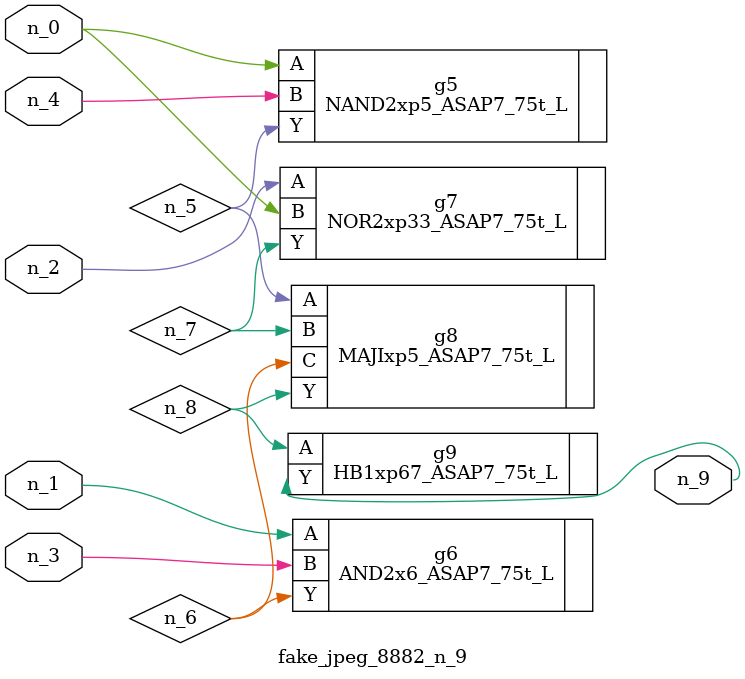
<source format=v>
module fake_jpeg_8882_n_9 (n_3, n_2, n_1, n_0, n_4, n_9);

input n_3;
input n_2;
input n_1;
input n_0;
input n_4;

output n_9;

wire n_8;
wire n_6;
wire n_5;
wire n_7;

NAND2xp5_ASAP7_75t_L g5 ( 
.A(n_0),
.B(n_4),
.Y(n_5)
);

AND2x6_ASAP7_75t_L g6 ( 
.A(n_1),
.B(n_3),
.Y(n_6)
);

NOR2xp33_ASAP7_75t_L g7 ( 
.A(n_2),
.B(n_0),
.Y(n_7)
);

MAJIxp5_ASAP7_75t_L g8 ( 
.A(n_5),
.B(n_7),
.C(n_6),
.Y(n_8)
);

HB1xp67_ASAP7_75t_L g9 ( 
.A(n_8),
.Y(n_9)
);


endmodule
</source>
